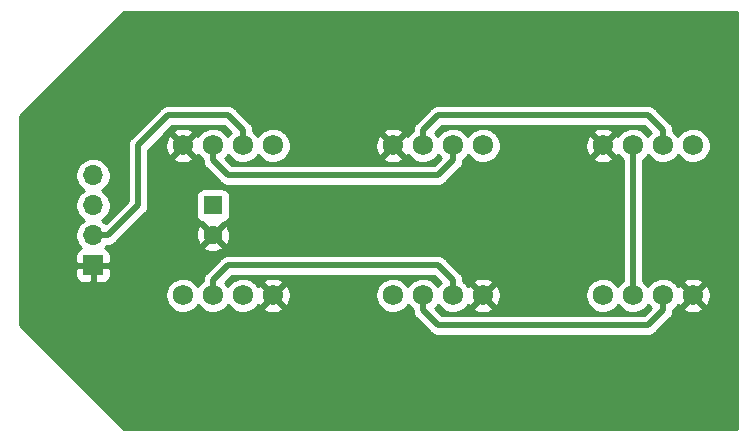
<source format=gtl>
G04 #@! TF.GenerationSoftware,KiCad,Pcbnew,(5.1.0-851-g3912c7407)*
G04 #@! TF.CreationDate,2019-06-16T00:16:21-04:00*
G04 #@! TF.ProjectId,Corsair_RGB_Fan_Adaptor,436f7273-6169-4725-9f52-47425f46616e,rev?*
G04 #@! TF.SameCoordinates,Original*
G04 #@! TF.FileFunction,Copper,L1,Top*
G04 #@! TF.FilePolarity,Positive*
%FSLAX46Y46*%
G04 Gerber Fmt 4.6, Leading zero omitted, Abs format (unit mm)*
G04 Created by KiCad (PCBNEW (5.1.0-851-g3912c7407)) date 2019-06-16 00:16:21*
%MOMM*%
%LPD*%
G04 APERTURE LIST*
%ADD10C,1.725000*%
%ADD11O,1.700000X1.700000*%
%ADD12R,1.700000X1.700000*%
%ADD13R,1.600000X1.600000*%
%ADD14C,1.600000*%
%ADD15C,0.500000*%
%ADD16C,0.254000*%
G04 APERTURE END LIST*
D10*
X127000000Y-114300000D03*
X124460000Y-114300000D03*
X121920000Y-114300000D03*
X119380000Y-114300000D03*
X144780000Y-114300000D03*
X142240000Y-114300000D03*
X139700000Y-114300000D03*
X137160000Y-114300000D03*
X162560000Y-114300000D03*
X160020000Y-114300000D03*
X157480000Y-114300000D03*
X154940000Y-114300000D03*
X154940000Y-127000000D03*
X157480000Y-127000000D03*
X160020000Y-127000000D03*
X162560000Y-127000000D03*
X137160000Y-127000000D03*
X139700000Y-127000000D03*
X142240000Y-127000000D03*
X144780000Y-127000000D03*
X119380000Y-127000000D03*
X121920000Y-127000000D03*
X124460000Y-127000000D03*
X127000000Y-127000000D03*
D11*
X111760000Y-116840000D03*
X111760000Y-119380000D03*
X111760000Y-121920000D03*
D12*
X111760000Y-124460000D03*
D13*
X121920000Y-119380000D03*
D14*
X121920000Y-121880000D03*
D15*
X121920000Y-125730000D02*
X121920000Y-127000000D01*
X123190000Y-124460000D02*
X121920000Y-125730000D01*
X140970000Y-124460000D02*
X123190000Y-124460000D01*
X142240000Y-125730000D02*
X140970000Y-124460000D01*
X142240000Y-127000000D02*
X142240000Y-125730000D01*
X139700000Y-128270000D02*
X139700000Y-127000000D01*
X140970000Y-129540000D02*
X139700000Y-128270000D01*
X158750000Y-129540000D02*
X140970000Y-129540000D01*
X160020000Y-128270000D02*
X158750000Y-129540000D01*
X160020000Y-127000000D02*
X160020000Y-128270000D01*
X157480000Y-114300000D02*
X157480000Y-127000000D01*
X139700000Y-113030000D02*
X139700000Y-114300000D01*
X140970000Y-111760000D02*
X139700000Y-113030000D01*
X158750000Y-111760000D02*
X140970000Y-111760000D01*
X160020000Y-113030000D02*
X158750000Y-111760000D01*
X160020000Y-114300000D02*
X160020000Y-113030000D01*
X140970000Y-116840000D02*
X123190000Y-116840000D01*
X142240000Y-115570000D02*
X140970000Y-116840000D01*
X142240000Y-114300000D02*
X142240000Y-115570000D01*
X121920000Y-115570000D02*
X121920000Y-114300000D01*
X123190000Y-116840000D02*
X121920000Y-115570000D01*
X124460000Y-113030000D02*
X123190000Y-111760000D01*
X124460000Y-114300000D02*
X124460000Y-113030000D01*
X118110000Y-111760000D02*
X123190000Y-111760000D01*
X115570000Y-114300000D02*
X118110000Y-111760000D01*
X115570000Y-119380000D02*
X115570000Y-114300000D01*
X113030000Y-121920000D02*
X115570000Y-119380000D01*
X111760000Y-121920000D02*
X113030000Y-121920000D01*
D16*
G36*
X166243000Y-138303000D02*
G01*
X114352606Y-138303000D01*
X105537000Y-129487394D01*
X105537000Y-125350189D01*
X110271216Y-125350189D01*
X110301279Y-125507785D01*
X110369590Y-125652954D01*
X110471858Y-125776574D01*
X110601655Y-125870877D01*
X110750827Y-125929939D01*
X110910000Y-125950047D01*
X111474250Y-125945000D01*
X111633000Y-125786250D01*
X111633000Y-124587000D01*
X111887000Y-124587000D01*
X111887000Y-125786250D01*
X112045750Y-125945000D01*
X112610000Y-125950047D01*
X112769173Y-125929939D01*
X112918345Y-125870877D01*
X113048142Y-125776574D01*
X113150410Y-125652954D01*
X113218721Y-125507785D01*
X113248784Y-125350189D01*
X113245000Y-124745750D01*
X113086250Y-124587000D01*
X111887000Y-124587000D01*
X111633000Y-124587000D01*
X110433750Y-124587000D01*
X110275000Y-124745750D01*
X110271216Y-125350189D01*
X105537000Y-125350189D01*
X105537000Y-123569811D01*
X110271216Y-123569811D01*
X110275000Y-124174250D01*
X110433750Y-124333000D01*
X111633000Y-124333000D01*
X111633000Y-124313000D01*
X111887000Y-124313000D01*
X111887000Y-124333000D01*
X113086250Y-124333000D01*
X113245000Y-124174250D01*
X113248784Y-123569811D01*
X113218721Y-123412215D01*
X113150410Y-123267046D01*
X113048142Y-123143426D01*
X112918345Y-123049123D01*
X112784125Y-122995981D01*
X112849782Y-122936238D01*
X112901096Y-122871263D01*
X121108342Y-122871263D01*
X121179681Y-123115026D01*
X121393056Y-123220035D01*
X121620806Y-123288490D01*
X121856716Y-123318526D01*
X122094353Y-123309323D01*
X122327233Y-123261132D01*
X122549006Y-123175266D01*
X122660319Y-123115026D01*
X122731658Y-122871263D01*
X121920000Y-122059605D01*
X121108342Y-122871263D01*
X112901096Y-122871263D01*
X112953428Y-122805000D01*
X112960358Y-122805000D01*
X112983428Y-122808654D01*
X113053152Y-122805000D01*
X113076373Y-122805000D01*
X113099465Y-122802573D01*
X113169206Y-122798918D01*
X113191775Y-122792871D01*
X113215015Y-122790428D01*
X113281449Y-122768842D01*
X113348902Y-122750768D01*
X113369718Y-122740162D01*
X113391944Y-122732940D01*
X113452441Y-122698012D01*
X113514660Y-122666310D01*
X113532815Y-122651609D01*
X113553055Y-122639923D01*
X113604967Y-122593181D01*
X113622998Y-122578580D01*
X113639405Y-122562173D01*
X113691305Y-122515442D01*
X113705038Y-122496540D01*
X114384862Y-121816716D01*
X120481474Y-121816716D01*
X120490677Y-122054353D01*
X120538868Y-122287233D01*
X120624734Y-122509006D01*
X120684974Y-122620319D01*
X120928737Y-122691658D01*
X121740395Y-121880000D01*
X122099605Y-121880000D01*
X122911263Y-122691658D01*
X123155026Y-122620319D01*
X123260035Y-122406944D01*
X123328490Y-122179194D01*
X123358526Y-121943284D01*
X123349323Y-121705647D01*
X123301132Y-121472767D01*
X123215266Y-121250994D01*
X123155026Y-121139681D01*
X122911263Y-121068342D01*
X122099605Y-121880000D01*
X121740395Y-121880000D01*
X120928737Y-121068342D01*
X120684974Y-121139681D01*
X120579965Y-121353056D01*
X120511510Y-121580806D01*
X120481474Y-121816716D01*
X114384862Y-121816716D01*
X116146544Y-120055035D01*
X116165442Y-120041305D01*
X116212164Y-119989415D01*
X116228579Y-119973000D01*
X116243187Y-119954960D01*
X116289923Y-119903055D01*
X116301607Y-119882818D01*
X116316310Y-119864661D01*
X116348016Y-119802434D01*
X116382940Y-119741944D01*
X116390161Y-119719721D01*
X116400768Y-119698903D01*
X116418842Y-119631449D01*
X116440428Y-119565015D01*
X116442871Y-119541772D01*
X116448917Y-119519208D01*
X116452572Y-119449476D01*
X116455000Y-119426373D01*
X116455000Y-119403146D01*
X116458654Y-119333429D01*
X116455000Y-119310359D01*
X116455000Y-118580000D01*
X120479953Y-118580000D01*
X120479953Y-120180000D01*
X120511279Y-120377785D01*
X120579590Y-120522954D01*
X120681858Y-120646574D01*
X120811655Y-120740877D01*
X120960827Y-120799939D01*
X121120000Y-120820047D01*
X121128445Y-120820047D01*
X121108342Y-120888737D01*
X121920000Y-121700395D01*
X122731658Y-120888737D01*
X122711555Y-120820047D01*
X122720000Y-120820047D01*
X122917785Y-120788721D01*
X123062954Y-120720410D01*
X123186574Y-120618142D01*
X123280877Y-120488345D01*
X123339939Y-120339173D01*
X123360047Y-120180000D01*
X123360047Y-118580000D01*
X123328721Y-118382215D01*
X123260410Y-118237046D01*
X123158142Y-118113426D01*
X123028345Y-118019123D01*
X122879173Y-117960061D01*
X122720000Y-117939953D01*
X121120000Y-117939953D01*
X120922215Y-117971279D01*
X120777046Y-118039590D01*
X120653426Y-118141858D01*
X120559123Y-118271655D01*
X120500061Y-118420827D01*
X120479953Y-118580000D01*
X116455000Y-118580000D01*
X116455000Y-115335818D01*
X118523787Y-115335818D01*
X118602681Y-115585954D01*
X118824944Y-115696358D01*
X119062347Y-115768673D01*
X119308415Y-115800926D01*
X119556437Y-115792238D01*
X119799645Y-115742845D01*
X120031405Y-115654095D01*
X120157319Y-115585954D01*
X120236213Y-115335818D01*
X119380000Y-114479605D01*
X118523787Y-115335818D01*
X116455000Y-115335818D01*
X116455000Y-114666578D01*
X116893163Y-114228415D01*
X117879074Y-114228415D01*
X117887762Y-114476437D01*
X117937155Y-114719645D01*
X118025905Y-114951405D01*
X118094046Y-115077319D01*
X118344182Y-115156213D01*
X119200395Y-114300000D01*
X118344182Y-113443787D01*
X118094046Y-113522681D01*
X117983642Y-113744944D01*
X117911327Y-113982347D01*
X117879074Y-114228415D01*
X116893163Y-114228415D01*
X117857396Y-113264182D01*
X118523787Y-113264182D01*
X119380000Y-114120395D01*
X120236213Y-113264182D01*
X120157319Y-113014046D01*
X119935056Y-112903642D01*
X119697653Y-112831327D01*
X119451585Y-112799074D01*
X119203563Y-112807762D01*
X118960355Y-112857155D01*
X118728595Y-112945905D01*
X118602681Y-113014046D01*
X118523787Y-113264182D01*
X117857396Y-113264182D01*
X118476579Y-112645000D01*
X122823422Y-112645000D01*
X123408942Y-113230521D01*
X123373646Y-113261858D01*
X123218678Y-113453228D01*
X123191189Y-113501618D01*
X123181640Y-113483809D01*
X123031393Y-113288710D01*
X122851300Y-113120770D01*
X122646196Y-112984499D01*
X122421589Y-112883557D01*
X122183512Y-112820654D01*
X121938358Y-112797480D01*
X121692711Y-112814657D01*
X121453168Y-112871725D01*
X121226162Y-112967149D01*
X121017789Y-113098368D01*
X120833646Y-113261858D01*
X120678678Y-113453228D01*
X120643285Y-113515531D01*
X120415818Y-113443787D01*
X119559605Y-114300000D01*
X120415818Y-115156213D01*
X120639249Y-115085742D01*
X120784230Y-115283834D01*
X120960167Y-115456124D01*
X121033836Y-115507708D01*
X121031346Y-115523428D01*
X121035000Y-115593152D01*
X121035000Y-115616372D01*
X121037427Y-115639463D01*
X121041082Y-115709206D01*
X121047129Y-115731775D01*
X121049572Y-115755014D01*
X121071156Y-115821443D01*
X121089232Y-115888902D01*
X121099839Y-115909720D01*
X121107060Y-115931943D01*
X121141984Y-115992433D01*
X121173690Y-116054660D01*
X121188393Y-116072817D01*
X121200077Y-116093054D01*
X121246814Y-116144961D01*
X121261420Y-116162998D01*
X121277830Y-116179408D01*
X121324558Y-116231305D01*
X121343460Y-116245038D01*
X122514964Y-117416543D01*
X122528695Y-117435442D01*
X122580585Y-117482164D01*
X122597001Y-117498580D01*
X122615042Y-117513189D01*
X122666945Y-117559923D01*
X122687182Y-117571607D01*
X122705339Y-117586310D01*
X122767566Y-117618016D01*
X122828056Y-117652940D01*
X122850279Y-117660161D01*
X122871097Y-117670768D01*
X122938556Y-117688844D01*
X123004985Y-117710428D01*
X123028224Y-117712871D01*
X123050793Y-117718918D01*
X123120535Y-117722573D01*
X123143627Y-117725000D01*
X123166848Y-117725000D01*
X123236572Y-117728654D01*
X123259642Y-117725000D01*
X140900358Y-117725000D01*
X140923428Y-117728654D01*
X140993152Y-117725000D01*
X141016373Y-117725000D01*
X141039465Y-117722573D01*
X141109206Y-117718918D01*
X141131775Y-117712871D01*
X141155015Y-117710428D01*
X141221449Y-117688842D01*
X141288902Y-117670768D01*
X141309718Y-117660162D01*
X141331944Y-117652940D01*
X141392441Y-117618012D01*
X141454660Y-117586310D01*
X141472815Y-117571609D01*
X141493055Y-117559923D01*
X141544967Y-117513181D01*
X141562998Y-117498580D01*
X141579405Y-117482173D01*
X141631305Y-117435442D01*
X141645038Y-117416540D01*
X142816543Y-116245036D01*
X142835442Y-116231305D01*
X142882164Y-116179415D01*
X142898580Y-116162999D01*
X142913189Y-116144958D01*
X142959923Y-116093055D01*
X142971607Y-116072818D01*
X142986310Y-116054661D01*
X143018016Y-115992434D01*
X143052940Y-115931944D01*
X143060161Y-115909721D01*
X143070768Y-115888903D01*
X143088844Y-115821444D01*
X143110428Y-115755015D01*
X143112871Y-115731776D01*
X143118918Y-115709207D01*
X143122573Y-115639465D01*
X143125000Y-115616373D01*
X143125000Y-115593152D01*
X143128654Y-115523428D01*
X143126741Y-115511351D01*
X143300665Y-115364374D01*
X143460263Y-115176848D01*
X143507901Y-115097564D01*
X143644230Y-115283834D01*
X143820167Y-115456124D01*
X144021881Y-115597366D01*
X144243954Y-115703766D01*
X144480423Y-115772466D01*
X144724938Y-115801623D01*
X144970931Y-115790452D01*
X145211797Y-115739255D01*
X145441067Y-115649405D01*
X145652583Y-115523316D01*
X145840665Y-115364374D01*
X145864968Y-115335818D01*
X154083787Y-115335818D01*
X154162681Y-115585954D01*
X154384944Y-115696358D01*
X154622347Y-115768673D01*
X154868415Y-115800926D01*
X155116437Y-115792238D01*
X155359645Y-115742845D01*
X155591405Y-115654095D01*
X155717319Y-115585954D01*
X155796213Y-115335818D01*
X154940000Y-114479605D01*
X154083787Y-115335818D01*
X145864968Y-115335818D01*
X146000263Y-115176848D01*
X146127089Y-114965773D01*
X146217739Y-114736818D01*
X146269777Y-114496133D01*
X146276319Y-114228415D01*
X153439074Y-114228415D01*
X153447762Y-114476437D01*
X153497155Y-114719645D01*
X153585905Y-114951405D01*
X153654046Y-115077319D01*
X153904182Y-115156213D01*
X154760395Y-114300000D01*
X153904182Y-113443787D01*
X153654046Y-113522681D01*
X153543642Y-113744944D01*
X153471327Y-113982347D01*
X153439074Y-114228415D01*
X146276319Y-114228415D01*
X146277579Y-114176877D01*
X146237361Y-113933936D01*
X146158004Y-113700827D01*
X146041640Y-113483809D01*
X145891393Y-113288710D01*
X145865091Y-113264182D01*
X154083787Y-113264182D01*
X154940000Y-114120395D01*
X155796213Y-113264182D01*
X155717319Y-113014046D01*
X155495056Y-112903642D01*
X155257653Y-112831327D01*
X155011585Y-112799074D01*
X154763563Y-112807762D01*
X154520355Y-112857155D01*
X154288595Y-112945905D01*
X154162681Y-113014046D01*
X154083787Y-113264182D01*
X145865091Y-113264182D01*
X145711300Y-113120770D01*
X145506196Y-112984499D01*
X145281589Y-112883557D01*
X145043512Y-112820654D01*
X144798358Y-112797480D01*
X144552711Y-112814657D01*
X144313168Y-112871725D01*
X144086162Y-112967149D01*
X143877789Y-113098368D01*
X143693646Y-113261858D01*
X143538678Y-113453228D01*
X143511189Y-113501618D01*
X143501640Y-113483809D01*
X143351393Y-113288710D01*
X143171300Y-113120770D01*
X142966196Y-112984499D01*
X142741589Y-112883557D01*
X142503512Y-112820654D01*
X142258358Y-112797480D01*
X142012711Y-112814657D01*
X141773168Y-112871725D01*
X141546162Y-112967149D01*
X141337789Y-113098368D01*
X141153646Y-113261858D01*
X140998678Y-113453228D01*
X140971189Y-113501618D01*
X140961640Y-113483809D01*
X140811393Y-113288710D01*
X140750061Y-113231517D01*
X141336579Y-112645000D01*
X158383422Y-112645000D01*
X158968942Y-113230521D01*
X158933646Y-113261858D01*
X158778678Y-113453228D01*
X158751189Y-113501618D01*
X158741640Y-113483809D01*
X158591393Y-113288710D01*
X158411300Y-113120770D01*
X158206196Y-112984499D01*
X157981589Y-112883557D01*
X157743512Y-112820654D01*
X157498358Y-112797480D01*
X157252711Y-112814657D01*
X157013168Y-112871725D01*
X156786162Y-112967149D01*
X156577789Y-113098368D01*
X156393646Y-113261858D01*
X156238678Y-113453228D01*
X156203285Y-113515531D01*
X155975818Y-113443787D01*
X155119605Y-114300000D01*
X155975818Y-115156213D01*
X156199249Y-115085742D01*
X156344230Y-115283834D01*
X156520167Y-115456124D01*
X156595000Y-115508523D01*
X156595001Y-125787529D01*
X156577789Y-125798368D01*
X156393646Y-125961858D01*
X156238678Y-126153228D01*
X156211189Y-126201618D01*
X156201640Y-126183809D01*
X156051393Y-125988710D01*
X155871300Y-125820770D01*
X155666196Y-125684499D01*
X155441589Y-125583557D01*
X155203512Y-125520654D01*
X154958358Y-125497480D01*
X154712711Y-125514657D01*
X154473168Y-125571725D01*
X154246162Y-125667149D01*
X154037789Y-125798368D01*
X153853646Y-125961858D01*
X153698678Y-126153228D01*
X153577047Y-126367338D01*
X153492018Y-126598439D01*
X153445876Y-126840324D01*
X153439860Y-127086498D01*
X153474131Y-127330348D01*
X153547768Y-127565327D01*
X153658796Y-127785123D01*
X153804230Y-127983834D01*
X153980167Y-128156124D01*
X154181881Y-128297366D01*
X154403954Y-128403766D01*
X154640423Y-128472466D01*
X154884938Y-128501623D01*
X155130931Y-128490452D01*
X155371797Y-128439255D01*
X155601067Y-128349405D01*
X155812583Y-128223316D01*
X156000665Y-128064374D01*
X156160263Y-127876848D01*
X156207901Y-127797564D01*
X156344230Y-127983834D01*
X156520167Y-128156124D01*
X156721881Y-128297366D01*
X156943954Y-128403766D01*
X157180423Y-128472466D01*
X157424938Y-128501623D01*
X157670931Y-128490452D01*
X157911797Y-128439255D01*
X158141067Y-128349405D01*
X158352583Y-128223316D01*
X158540665Y-128064374D01*
X158700263Y-127876848D01*
X158747901Y-127797564D01*
X158884230Y-127983834D01*
X158970301Y-128068121D01*
X158383422Y-128655000D01*
X141336579Y-128655000D01*
X140752691Y-128071113D01*
X140760665Y-128064374D01*
X140920263Y-127876848D01*
X140967901Y-127797564D01*
X141104230Y-127983834D01*
X141280167Y-128156124D01*
X141481881Y-128297366D01*
X141703954Y-128403766D01*
X141940423Y-128472466D01*
X142184938Y-128501623D01*
X142430931Y-128490452D01*
X142671797Y-128439255D01*
X142901067Y-128349405D01*
X143112583Y-128223316D01*
X143300665Y-128064374D01*
X143324968Y-128035818D01*
X143923787Y-128035818D01*
X144002681Y-128285954D01*
X144224944Y-128396358D01*
X144462347Y-128468673D01*
X144708415Y-128500926D01*
X144956437Y-128492238D01*
X145199645Y-128442845D01*
X145431405Y-128354095D01*
X145557319Y-128285954D01*
X145636213Y-128035818D01*
X144780000Y-127179605D01*
X143923787Y-128035818D01*
X143324968Y-128035818D01*
X143460263Y-127876848D01*
X143515920Y-127784218D01*
X143744182Y-127856213D01*
X144600395Y-127000000D01*
X144959605Y-127000000D01*
X145815818Y-127856213D01*
X146065954Y-127777319D01*
X146176358Y-127555056D01*
X146248673Y-127317653D01*
X146280926Y-127071585D01*
X146272238Y-126823563D01*
X146222845Y-126580355D01*
X146134095Y-126348595D01*
X146065954Y-126222681D01*
X145815818Y-126143787D01*
X144959605Y-127000000D01*
X144600395Y-127000000D01*
X143744182Y-126143787D01*
X143518369Y-126215009D01*
X143501640Y-126183809D01*
X143351393Y-125988710D01*
X143325091Y-125964182D01*
X143923787Y-125964182D01*
X144780000Y-126820395D01*
X145636213Y-125964182D01*
X145557319Y-125714046D01*
X145335056Y-125603642D01*
X145097653Y-125531327D01*
X144851585Y-125499074D01*
X144603563Y-125507762D01*
X144360355Y-125557155D01*
X144128595Y-125645905D01*
X144002681Y-125714046D01*
X143923787Y-125964182D01*
X143325091Y-125964182D01*
X143171300Y-125820770D01*
X143126381Y-125790926D01*
X143128654Y-125776572D01*
X143125000Y-125706848D01*
X143125000Y-125683627D01*
X143122573Y-125660535D01*
X143118918Y-125590793D01*
X143112871Y-125568224D01*
X143110428Y-125544985D01*
X143088844Y-125478556D01*
X143070768Y-125411097D01*
X143060161Y-125390279D01*
X143052940Y-125368056D01*
X143018016Y-125307566D01*
X142986310Y-125245339D01*
X142971607Y-125227182D01*
X142959923Y-125206945D01*
X142913189Y-125155042D01*
X142898580Y-125137001D01*
X142882164Y-125120585D01*
X142835442Y-125068695D01*
X142816543Y-125054964D01*
X141645038Y-123883460D01*
X141631305Y-123864558D01*
X141579405Y-123817827D01*
X141562998Y-123801420D01*
X141544967Y-123786819D01*
X141493055Y-123740077D01*
X141472815Y-123728391D01*
X141454660Y-123713690D01*
X141392441Y-123681988D01*
X141331944Y-123647060D01*
X141309718Y-123639838D01*
X141288902Y-123629232D01*
X141221449Y-123611158D01*
X141155015Y-123589572D01*
X141131775Y-123587129D01*
X141109206Y-123581082D01*
X141039465Y-123577427D01*
X141016373Y-123575000D01*
X140993152Y-123575000D01*
X140923428Y-123571346D01*
X140900358Y-123575000D01*
X123259642Y-123575000D01*
X123236572Y-123571346D01*
X123166848Y-123575000D01*
X123143627Y-123575000D01*
X123120535Y-123577427D01*
X123050793Y-123581082D01*
X123028224Y-123587129D01*
X123004985Y-123589572D01*
X122938556Y-123611156D01*
X122871097Y-123629232D01*
X122850279Y-123639839D01*
X122828056Y-123647060D01*
X122767566Y-123681984D01*
X122705339Y-123713690D01*
X122687182Y-123728393D01*
X122666945Y-123740077D01*
X122615042Y-123786811D01*
X122597001Y-123801420D01*
X122580585Y-123817836D01*
X122528695Y-123864558D01*
X122514964Y-123883457D01*
X121343460Y-125054962D01*
X121324558Y-125068695D01*
X121277830Y-125120592D01*
X121261420Y-125137002D01*
X121246814Y-125155039D01*
X121200077Y-125206946D01*
X121188393Y-125227183D01*
X121173690Y-125245340D01*
X121141984Y-125307567D01*
X121107060Y-125368057D01*
X121099839Y-125390280D01*
X121089232Y-125411098D01*
X121071156Y-125478557D01*
X121049572Y-125544986D01*
X121047129Y-125568225D01*
X121041082Y-125590794D01*
X121037427Y-125660537D01*
X121035000Y-125683628D01*
X121035000Y-125706848D01*
X121031346Y-125776572D01*
X121033256Y-125788628D01*
X121017789Y-125798368D01*
X120833646Y-125961858D01*
X120678678Y-126153228D01*
X120651189Y-126201618D01*
X120641640Y-126183809D01*
X120491393Y-125988710D01*
X120311300Y-125820770D01*
X120106196Y-125684499D01*
X119881589Y-125583557D01*
X119643512Y-125520654D01*
X119398358Y-125497480D01*
X119152711Y-125514657D01*
X118913168Y-125571725D01*
X118686162Y-125667149D01*
X118477789Y-125798368D01*
X118293646Y-125961858D01*
X118138678Y-126153228D01*
X118017047Y-126367338D01*
X117932018Y-126598439D01*
X117885876Y-126840324D01*
X117879860Y-127086498D01*
X117914131Y-127330348D01*
X117987768Y-127565327D01*
X118098796Y-127785123D01*
X118244230Y-127983834D01*
X118420167Y-128156124D01*
X118621881Y-128297366D01*
X118843954Y-128403766D01*
X119080423Y-128472466D01*
X119324938Y-128501623D01*
X119570931Y-128490452D01*
X119811797Y-128439255D01*
X120041067Y-128349405D01*
X120252583Y-128223316D01*
X120440665Y-128064374D01*
X120600263Y-127876848D01*
X120647901Y-127797564D01*
X120784230Y-127983834D01*
X120960167Y-128156124D01*
X121161881Y-128297366D01*
X121383954Y-128403766D01*
X121620423Y-128472466D01*
X121864938Y-128501623D01*
X122110931Y-128490452D01*
X122351797Y-128439255D01*
X122581067Y-128349405D01*
X122792583Y-128223316D01*
X122980665Y-128064374D01*
X123140263Y-127876848D01*
X123187901Y-127797564D01*
X123324230Y-127983834D01*
X123500167Y-128156124D01*
X123701881Y-128297366D01*
X123923954Y-128403766D01*
X124160423Y-128472466D01*
X124404938Y-128501623D01*
X124650931Y-128490452D01*
X124891797Y-128439255D01*
X125121067Y-128349405D01*
X125332583Y-128223316D01*
X125520665Y-128064374D01*
X125544968Y-128035818D01*
X126143787Y-128035818D01*
X126222681Y-128285954D01*
X126444944Y-128396358D01*
X126682347Y-128468673D01*
X126928415Y-128500926D01*
X127176437Y-128492238D01*
X127419645Y-128442845D01*
X127651405Y-128354095D01*
X127777319Y-128285954D01*
X127856213Y-128035818D01*
X127000000Y-127179605D01*
X126143787Y-128035818D01*
X125544968Y-128035818D01*
X125680263Y-127876848D01*
X125735920Y-127784218D01*
X125964182Y-127856213D01*
X126820395Y-127000000D01*
X127179605Y-127000000D01*
X128035818Y-127856213D01*
X128285954Y-127777319D01*
X128396358Y-127555056D01*
X128468673Y-127317653D01*
X128500926Y-127071585D01*
X128492238Y-126823563D01*
X128442845Y-126580355D01*
X128354095Y-126348595D01*
X128285954Y-126222681D01*
X128035818Y-126143787D01*
X127179605Y-127000000D01*
X126820395Y-127000000D01*
X125964182Y-126143787D01*
X125738369Y-126215009D01*
X125721640Y-126183809D01*
X125571393Y-125988710D01*
X125545091Y-125964182D01*
X126143787Y-125964182D01*
X127000000Y-126820395D01*
X127856213Y-125964182D01*
X127777319Y-125714046D01*
X127555056Y-125603642D01*
X127317653Y-125531327D01*
X127071585Y-125499074D01*
X126823563Y-125507762D01*
X126580355Y-125557155D01*
X126348595Y-125645905D01*
X126222681Y-125714046D01*
X126143787Y-125964182D01*
X125545091Y-125964182D01*
X125391300Y-125820770D01*
X125186196Y-125684499D01*
X124961589Y-125583557D01*
X124723512Y-125520654D01*
X124478358Y-125497480D01*
X124232711Y-125514657D01*
X123993168Y-125571725D01*
X123766162Y-125667149D01*
X123557789Y-125798368D01*
X123373646Y-125961858D01*
X123218678Y-126153228D01*
X123191189Y-126201618D01*
X123181640Y-126183809D01*
X123031393Y-125988710D01*
X122970061Y-125931517D01*
X123556579Y-125345000D01*
X140603422Y-125345000D01*
X141188942Y-125930521D01*
X141153646Y-125961858D01*
X140998678Y-126153228D01*
X140971189Y-126201618D01*
X140961640Y-126183809D01*
X140811393Y-125988710D01*
X140631300Y-125820770D01*
X140426196Y-125684499D01*
X140201589Y-125583557D01*
X139963512Y-125520654D01*
X139718358Y-125497480D01*
X139472711Y-125514657D01*
X139233168Y-125571725D01*
X139006162Y-125667149D01*
X138797789Y-125798368D01*
X138613646Y-125961858D01*
X138458678Y-126153228D01*
X138431189Y-126201618D01*
X138421640Y-126183809D01*
X138271393Y-125988710D01*
X138091300Y-125820770D01*
X137886196Y-125684499D01*
X137661589Y-125583557D01*
X137423512Y-125520654D01*
X137178358Y-125497480D01*
X136932711Y-125514657D01*
X136693168Y-125571725D01*
X136466162Y-125667149D01*
X136257789Y-125798368D01*
X136073646Y-125961858D01*
X135918678Y-126153228D01*
X135797047Y-126367338D01*
X135712018Y-126598439D01*
X135665876Y-126840324D01*
X135659860Y-127086498D01*
X135694131Y-127330348D01*
X135767768Y-127565327D01*
X135878796Y-127785123D01*
X136024230Y-127983834D01*
X136200167Y-128156124D01*
X136401881Y-128297366D01*
X136623954Y-128403766D01*
X136860423Y-128472466D01*
X137104938Y-128501623D01*
X137350931Y-128490452D01*
X137591797Y-128439255D01*
X137821067Y-128349405D01*
X138032583Y-128223316D01*
X138220665Y-128064374D01*
X138380263Y-127876848D01*
X138427901Y-127797564D01*
X138564230Y-127983834D01*
X138740167Y-128156124D01*
X138813836Y-128207708D01*
X138811346Y-128223428D01*
X138815000Y-128293152D01*
X138815000Y-128316372D01*
X138817427Y-128339463D01*
X138821082Y-128409206D01*
X138827129Y-128431775D01*
X138829572Y-128455014D01*
X138851156Y-128521443D01*
X138869232Y-128588902D01*
X138879839Y-128609720D01*
X138887060Y-128631943D01*
X138921984Y-128692433D01*
X138953690Y-128754660D01*
X138968393Y-128772817D01*
X138980077Y-128793054D01*
X139026814Y-128844961D01*
X139041420Y-128862998D01*
X139057830Y-128879408D01*
X139104558Y-128931305D01*
X139123460Y-128945038D01*
X140294964Y-130116543D01*
X140308695Y-130135442D01*
X140360585Y-130182164D01*
X140377001Y-130198580D01*
X140395042Y-130213189D01*
X140446945Y-130259923D01*
X140467182Y-130271607D01*
X140485339Y-130286310D01*
X140547566Y-130318016D01*
X140608056Y-130352940D01*
X140630279Y-130360161D01*
X140651097Y-130370768D01*
X140718556Y-130388844D01*
X140784985Y-130410428D01*
X140808224Y-130412871D01*
X140830793Y-130418918D01*
X140900535Y-130422573D01*
X140923627Y-130425000D01*
X140946848Y-130425000D01*
X141016572Y-130428654D01*
X141039642Y-130425000D01*
X158680358Y-130425000D01*
X158703428Y-130428654D01*
X158773152Y-130425000D01*
X158796373Y-130425000D01*
X158819465Y-130422573D01*
X158889206Y-130418918D01*
X158911775Y-130412871D01*
X158935015Y-130410428D01*
X159001449Y-130388842D01*
X159068902Y-130370768D01*
X159089718Y-130360162D01*
X159111944Y-130352940D01*
X159172441Y-130318012D01*
X159234660Y-130286310D01*
X159252815Y-130271609D01*
X159273055Y-130259923D01*
X159324967Y-130213181D01*
X159342998Y-130198580D01*
X159359405Y-130182173D01*
X159411305Y-130135442D01*
X159425038Y-130116540D01*
X160596543Y-128945036D01*
X160615442Y-128931305D01*
X160662164Y-128879415D01*
X160678580Y-128862999D01*
X160693189Y-128844958D01*
X160739923Y-128793055D01*
X160751607Y-128772818D01*
X160766310Y-128754661D01*
X160798016Y-128692434D01*
X160832940Y-128631944D01*
X160840161Y-128609721D01*
X160850768Y-128588903D01*
X160868844Y-128521444D01*
X160890428Y-128455015D01*
X160892871Y-128431776D01*
X160898918Y-128409207D01*
X160902573Y-128339465D01*
X160905000Y-128316373D01*
X160905000Y-128293152D01*
X160908654Y-128223428D01*
X160906741Y-128211351D01*
X161080665Y-128064374D01*
X161104968Y-128035818D01*
X161703787Y-128035818D01*
X161782681Y-128285954D01*
X162004944Y-128396358D01*
X162242347Y-128468673D01*
X162488415Y-128500926D01*
X162736437Y-128492238D01*
X162979645Y-128442845D01*
X163211405Y-128354095D01*
X163337319Y-128285954D01*
X163416213Y-128035818D01*
X162560000Y-127179605D01*
X161703787Y-128035818D01*
X161104968Y-128035818D01*
X161240263Y-127876848D01*
X161295920Y-127784218D01*
X161524182Y-127856213D01*
X162380395Y-127000000D01*
X162739605Y-127000000D01*
X163595818Y-127856213D01*
X163845954Y-127777319D01*
X163956358Y-127555056D01*
X164028673Y-127317653D01*
X164060926Y-127071585D01*
X164052238Y-126823563D01*
X164002845Y-126580355D01*
X163914095Y-126348595D01*
X163845954Y-126222681D01*
X163595818Y-126143787D01*
X162739605Y-127000000D01*
X162380395Y-127000000D01*
X161524182Y-126143787D01*
X161298369Y-126215009D01*
X161281640Y-126183809D01*
X161131393Y-125988710D01*
X161105091Y-125964182D01*
X161703787Y-125964182D01*
X162560000Y-126820395D01*
X163416213Y-125964182D01*
X163337319Y-125714046D01*
X163115056Y-125603642D01*
X162877653Y-125531327D01*
X162631585Y-125499074D01*
X162383563Y-125507762D01*
X162140355Y-125557155D01*
X161908595Y-125645905D01*
X161782681Y-125714046D01*
X161703787Y-125964182D01*
X161105091Y-125964182D01*
X160951300Y-125820770D01*
X160746196Y-125684499D01*
X160521589Y-125583557D01*
X160283512Y-125520654D01*
X160038358Y-125497480D01*
X159792711Y-125514657D01*
X159553168Y-125571725D01*
X159326162Y-125667149D01*
X159117789Y-125798368D01*
X158933646Y-125961858D01*
X158778678Y-126153228D01*
X158751189Y-126201618D01*
X158741640Y-126183809D01*
X158591393Y-125988710D01*
X158411300Y-125820770D01*
X158365000Y-125790008D01*
X158365000Y-115512823D01*
X158540665Y-115364374D01*
X158700263Y-115176848D01*
X158747901Y-115097564D01*
X158884230Y-115283834D01*
X159060167Y-115456124D01*
X159261881Y-115597366D01*
X159483954Y-115703766D01*
X159720423Y-115772466D01*
X159964938Y-115801623D01*
X160210931Y-115790452D01*
X160451797Y-115739255D01*
X160681067Y-115649405D01*
X160892583Y-115523316D01*
X161080665Y-115364374D01*
X161240263Y-115176848D01*
X161287901Y-115097564D01*
X161424230Y-115283834D01*
X161600167Y-115456124D01*
X161801881Y-115597366D01*
X162023954Y-115703766D01*
X162260423Y-115772466D01*
X162504938Y-115801623D01*
X162750931Y-115790452D01*
X162991797Y-115739255D01*
X163221067Y-115649405D01*
X163432583Y-115523316D01*
X163620665Y-115364374D01*
X163780263Y-115176848D01*
X163907089Y-114965773D01*
X163997739Y-114736818D01*
X164049777Y-114496133D01*
X164057579Y-114176877D01*
X164017361Y-113933936D01*
X163938004Y-113700827D01*
X163821640Y-113483809D01*
X163671393Y-113288710D01*
X163491300Y-113120770D01*
X163286196Y-112984499D01*
X163061589Y-112883557D01*
X162823512Y-112820654D01*
X162578358Y-112797480D01*
X162332711Y-112814657D01*
X162093168Y-112871725D01*
X161866162Y-112967149D01*
X161657789Y-113098368D01*
X161473646Y-113261858D01*
X161318678Y-113453228D01*
X161291189Y-113501618D01*
X161281640Y-113483809D01*
X161131393Y-113288710D01*
X160951300Y-113120770D01*
X160906381Y-113090926D01*
X160908654Y-113076572D01*
X160905000Y-113006848D01*
X160905000Y-112983627D01*
X160902573Y-112960535D01*
X160898918Y-112890793D01*
X160892871Y-112868224D01*
X160890428Y-112844985D01*
X160868844Y-112778556D01*
X160850768Y-112711097D01*
X160840161Y-112690279D01*
X160832940Y-112668056D01*
X160798016Y-112607566D01*
X160766310Y-112545339D01*
X160751607Y-112527182D01*
X160739923Y-112506945D01*
X160693189Y-112455042D01*
X160678580Y-112437001D01*
X160662164Y-112420585D01*
X160615442Y-112368695D01*
X160596543Y-112354964D01*
X159425038Y-111183460D01*
X159411305Y-111164558D01*
X159359405Y-111117827D01*
X159342998Y-111101420D01*
X159324967Y-111086819D01*
X159273055Y-111040077D01*
X159252815Y-111028391D01*
X159234660Y-111013690D01*
X159172441Y-110981988D01*
X159111944Y-110947060D01*
X159089718Y-110939838D01*
X159068902Y-110929232D01*
X159001449Y-110911158D01*
X158935015Y-110889572D01*
X158911775Y-110887129D01*
X158889206Y-110881082D01*
X158819465Y-110877427D01*
X158796373Y-110875000D01*
X158773152Y-110875000D01*
X158703428Y-110871346D01*
X158680358Y-110875000D01*
X141039642Y-110875000D01*
X141016572Y-110871346D01*
X140946848Y-110875000D01*
X140923627Y-110875000D01*
X140900535Y-110877427D01*
X140830793Y-110881082D01*
X140808224Y-110887129D01*
X140784985Y-110889572D01*
X140718556Y-110911156D01*
X140651097Y-110929232D01*
X140630279Y-110939839D01*
X140608056Y-110947060D01*
X140547566Y-110981984D01*
X140485339Y-111013690D01*
X140467182Y-111028393D01*
X140446945Y-111040077D01*
X140395042Y-111086811D01*
X140377001Y-111101420D01*
X140360585Y-111117836D01*
X140308695Y-111164558D01*
X140294964Y-111183457D01*
X139123460Y-112354962D01*
X139104558Y-112368695D01*
X139057830Y-112420592D01*
X139041420Y-112437002D01*
X139026814Y-112455039D01*
X138980077Y-112506946D01*
X138968393Y-112527183D01*
X138953690Y-112545340D01*
X138921984Y-112607567D01*
X138887060Y-112668057D01*
X138879839Y-112690280D01*
X138869232Y-112711098D01*
X138851156Y-112778557D01*
X138829572Y-112844986D01*
X138827129Y-112868225D01*
X138821082Y-112890794D01*
X138817427Y-112960537D01*
X138815000Y-112983628D01*
X138815000Y-113006848D01*
X138811346Y-113076572D01*
X138813256Y-113088628D01*
X138797789Y-113098368D01*
X138613646Y-113261858D01*
X138458678Y-113453228D01*
X138423285Y-113515531D01*
X138195818Y-113443787D01*
X137339605Y-114300000D01*
X138195818Y-115156213D01*
X138419249Y-115085742D01*
X138564230Y-115283834D01*
X138740167Y-115456124D01*
X138941881Y-115597366D01*
X139163954Y-115703766D01*
X139400423Y-115772466D01*
X139644938Y-115801623D01*
X139890931Y-115790452D01*
X140131797Y-115739255D01*
X140361067Y-115649405D01*
X140572583Y-115523316D01*
X140760665Y-115364374D01*
X140920263Y-115176848D01*
X140967901Y-115097564D01*
X141104230Y-115283834D01*
X141190301Y-115368121D01*
X140603422Y-115955000D01*
X123556579Y-115955000D01*
X122972691Y-115371113D01*
X122980665Y-115364374D01*
X123140263Y-115176848D01*
X123187901Y-115097564D01*
X123324230Y-115283834D01*
X123500167Y-115456124D01*
X123701881Y-115597366D01*
X123923954Y-115703766D01*
X124160423Y-115772466D01*
X124404938Y-115801623D01*
X124650931Y-115790452D01*
X124891797Y-115739255D01*
X125121067Y-115649405D01*
X125332583Y-115523316D01*
X125520665Y-115364374D01*
X125680263Y-115176848D01*
X125727901Y-115097564D01*
X125864230Y-115283834D01*
X126040167Y-115456124D01*
X126241881Y-115597366D01*
X126463954Y-115703766D01*
X126700423Y-115772466D01*
X126944938Y-115801623D01*
X127190931Y-115790452D01*
X127431797Y-115739255D01*
X127661067Y-115649405D01*
X127872583Y-115523316D01*
X128060665Y-115364374D01*
X128084968Y-115335818D01*
X136303787Y-115335818D01*
X136382681Y-115585954D01*
X136604944Y-115696358D01*
X136842347Y-115768673D01*
X137088415Y-115800926D01*
X137336437Y-115792238D01*
X137579645Y-115742845D01*
X137811405Y-115654095D01*
X137937319Y-115585954D01*
X138016213Y-115335818D01*
X137160000Y-114479605D01*
X136303787Y-115335818D01*
X128084968Y-115335818D01*
X128220263Y-115176848D01*
X128347089Y-114965773D01*
X128437739Y-114736818D01*
X128489777Y-114496133D01*
X128496319Y-114228415D01*
X135659074Y-114228415D01*
X135667762Y-114476437D01*
X135717155Y-114719645D01*
X135805905Y-114951405D01*
X135874046Y-115077319D01*
X136124182Y-115156213D01*
X136980395Y-114300000D01*
X136124182Y-113443787D01*
X135874046Y-113522681D01*
X135763642Y-113744944D01*
X135691327Y-113982347D01*
X135659074Y-114228415D01*
X128496319Y-114228415D01*
X128497579Y-114176877D01*
X128457361Y-113933936D01*
X128378004Y-113700827D01*
X128261640Y-113483809D01*
X128111393Y-113288710D01*
X128085091Y-113264182D01*
X136303787Y-113264182D01*
X137160000Y-114120395D01*
X138016213Y-113264182D01*
X137937319Y-113014046D01*
X137715056Y-112903642D01*
X137477653Y-112831327D01*
X137231585Y-112799074D01*
X136983563Y-112807762D01*
X136740355Y-112857155D01*
X136508595Y-112945905D01*
X136382681Y-113014046D01*
X136303787Y-113264182D01*
X128085091Y-113264182D01*
X127931300Y-113120770D01*
X127726196Y-112984499D01*
X127501589Y-112883557D01*
X127263512Y-112820654D01*
X127018358Y-112797480D01*
X126772711Y-112814657D01*
X126533168Y-112871725D01*
X126306162Y-112967149D01*
X126097789Y-113098368D01*
X125913646Y-113261858D01*
X125758678Y-113453228D01*
X125731189Y-113501618D01*
X125721640Y-113483809D01*
X125571393Y-113288710D01*
X125391300Y-113120770D01*
X125346381Y-113090926D01*
X125348654Y-113076572D01*
X125345000Y-113006848D01*
X125345000Y-112983627D01*
X125342573Y-112960535D01*
X125338918Y-112890793D01*
X125332871Y-112868224D01*
X125330428Y-112844985D01*
X125308844Y-112778556D01*
X125290768Y-112711097D01*
X125280161Y-112690279D01*
X125272940Y-112668056D01*
X125238016Y-112607566D01*
X125206310Y-112545339D01*
X125191607Y-112527182D01*
X125179923Y-112506945D01*
X125133189Y-112455042D01*
X125118580Y-112437001D01*
X125102164Y-112420585D01*
X125055442Y-112368695D01*
X125036543Y-112354964D01*
X123865038Y-111183460D01*
X123851305Y-111164558D01*
X123799405Y-111117827D01*
X123782998Y-111101420D01*
X123764967Y-111086819D01*
X123713055Y-111040077D01*
X123692815Y-111028391D01*
X123674660Y-111013690D01*
X123612441Y-110981988D01*
X123551944Y-110947060D01*
X123529718Y-110939838D01*
X123508902Y-110929232D01*
X123441449Y-110911158D01*
X123375015Y-110889572D01*
X123351775Y-110887129D01*
X123329206Y-110881082D01*
X123259465Y-110877427D01*
X123236373Y-110875000D01*
X123213152Y-110875000D01*
X123143428Y-110871346D01*
X123120358Y-110875000D01*
X118179641Y-110875000D01*
X118156571Y-110871346D01*
X118086854Y-110875000D01*
X118063627Y-110875000D01*
X118040524Y-110877428D01*
X117970792Y-110881083D01*
X117948228Y-110887129D01*
X117924985Y-110889572D01*
X117858551Y-110911158D01*
X117791097Y-110929232D01*
X117770279Y-110939839D01*
X117748056Y-110947060D01*
X117687566Y-110981984D01*
X117625339Y-111013690D01*
X117607182Y-111028393D01*
X117586945Y-111040077D01*
X117535040Y-111086813D01*
X117517000Y-111101421D01*
X117500585Y-111117836D01*
X117448695Y-111164558D01*
X117434964Y-111183457D01*
X114993457Y-113624964D01*
X114974559Y-113638695D01*
X114927837Y-113690585D01*
X114911420Y-113707002D01*
X114896810Y-113725044D01*
X114850078Y-113776945D01*
X114838395Y-113797181D01*
X114823690Y-113815340D01*
X114791980Y-113877573D01*
X114757061Y-113938056D01*
X114749841Y-113960277D01*
X114739232Y-113981098D01*
X114721153Y-114048569D01*
X114699573Y-114114985D01*
X114697131Y-114138219D01*
X114691082Y-114160794D01*
X114687426Y-114230554D01*
X114685001Y-114253627D01*
X114685001Y-114276829D01*
X114681346Y-114346572D01*
X114685001Y-114369648D01*
X114685000Y-119013421D01*
X112819799Y-120878622D01*
X112697743Y-120761983D01*
X112532302Y-120649127D01*
X112669171Y-120560582D01*
X112849782Y-120396238D01*
X113001127Y-120204603D01*
X113119140Y-119990822D01*
X113200653Y-119760637D01*
X113243476Y-119520230D01*
X113246459Y-119276057D01*
X113209523Y-119034675D01*
X113133658Y-118802567D01*
X113020903Y-118585967D01*
X112874286Y-118390691D01*
X112697743Y-118221983D01*
X112532302Y-118109127D01*
X112669171Y-118020582D01*
X112849782Y-117856238D01*
X113001127Y-117664603D01*
X113119140Y-117450822D01*
X113200653Y-117220637D01*
X113243476Y-116980230D01*
X113246459Y-116736057D01*
X113209523Y-116494675D01*
X113133658Y-116262567D01*
X113020903Y-116045967D01*
X112874286Y-115850691D01*
X112697743Y-115681983D01*
X112496017Y-115544375D01*
X112274525Y-115441562D01*
X112039215Y-115376305D01*
X111813835Y-115355000D01*
X111698102Y-115355000D01*
X111516630Y-115369920D01*
X111279795Y-115429408D01*
X111055857Y-115526779D01*
X110850829Y-115659418D01*
X110670218Y-115823762D01*
X110518873Y-116015397D01*
X110400860Y-116229178D01*
X110319347Y-116459363D01*
X110276524Y-116699770D01*
X110273541Y-116943943D01*
X110310477Y-117185325D01*
X110386342Y-117417433D01*
X110499097Y-117634033D01*
X110645714Y-117829309D01*
X110822257Y-117998017D01*
X110987698Y-118110873D01*
X110850829Y-118199418D01*
X110670218Y-118363762D01*
X110518873Y-118555397D01*
X110400860Y-118769178D01*
X110319347Y-118999363D01*
X110276524Y-119239770D01*
X110273541Y-119483943D01*
X110310477Y-119725325D01*
X110386342Y-119957433D01*
X110499097Y-120174033D01*
X110645714Y-120369309D01*
X110822257Y-120538017D01*
X110987698Y-120650873D01*
X110850829Y-120739418D01*
X110670218Y-120903762D01*
X110518873Y-121095397D01*
X110400860Y-121309178D01*
X110319347Y-121539363D01*
X110276524Y-121779770D01*
X110273541Y-122023943D01*
X110310477Y-122265325D01*
X110386342Y-122497433D01*
X110499097Y-122714033D01*
X110645714Y-122909309D01*
X110736254Y-122995831D01*
X110601655Y-123049123D01*
X110471858Y-123143426D01*
X110369590Y-123267046D01*
X110301279Y-123412215D01*
X110271216Y-123569811D01*
X105537000Y-123569811D01*
X105537000Y-111812606D01*
X114352606Y-102997000D01*
X166243000Y-102997000D01*
X166243000Y-138303000D01*
X166243000Y-138303000D01*
G37*
X166243000Y-138303000D02*
X114352606Y-138303000D01*
X105537000Y-129487394D01*
X105537000Y-125350189D01*
X110271216Y-125350189D01*
X110301279Y-125507785D01*
X110369590Y-125652954D01*
X110471858Y-125776574D01*
X110601655Y-125870877D01*
X110750827Y-125929939D01*
X110910000Y-125950047D01*
X111474250Y-125945000D01*
X111633000Y-125786250D01*
X111633000Y-124587000D01*
X111887000Y-124587000D01*
X111887000Y-125786250D01*
X112045750Y-125945000D01*
X112610000Y-125950047D01*
X112769173Y-125929939D01*
X112918345Y-125870877D01*
X113048142Y-125776574D01*
X113150410Y-125652954D01*
X113218721Y-125507785D01*
X113248784Y-125350189D01*
X113245000Y-124745750D01*
X113086250Y-124587000D01*
X111887000Y-124587000D01*
X111633000Y-124587000D01*
X110433750Y-124587000D01*
X110275000Y-124745750D01*
X110271216Y-125350189D01*
X105537000Y-125350189D01*
X105537000Y-123569811D01*
X110271216Y-123569811D01*
X110275000Y-124174250D01*
X110433750Y-124333000D01*
X111633000Y-124333000D01*
X111633000Y-124313000D01*
X111887000Y-124313000D01*
X111887000Y-124333000D01*
X113086250Y-124333000D01*
X113245000Y-124174250D01*
X113248784Y-123569811D01*
X113218721Y-123412215D01*
X113150410Y-123267046D01*
X113048142Y-123143426D01*
X112918345Y-123049123D01*
X112784125Y-122995981D01*
X112849782Y-122936238D01*
X112901096Y-122871263D01*
X121108342Y-122871263D01*
X121179681Y-123115026D01*
X121393056Y-123220035D01*
X121620806Y-123288490D01*
X121856716Y-123318526D01*
X122094353Y-123309323D01*
X122327233Y-123261132D01*
X122549006Y-123175266D01*
X122660319Y-123115026D01*
X122731658Y-122871263D01*
X121920000Y-122059605D01*
X121108342Y-122871263D01*
X112901096Y-122871263D01*
X112953428Y-122805000D01*
X112960358Y-122805000D01*
X112983428Y-122808654D01*
X113053152Y-122805000D01*
X113076373Y-122805000D01*
X113099465Y-122802573D01*
X113169206Y-122798918D01*
X113191775Y-122792871D01*
X113215015Y-122790428D01*
X113281449Y-122768842D01*
X113348902Y-122750768D01*
X113369718Y-122740162D01*
X113391944Y-122732940D01*
X113452441Y-122698012D01*
X113514660Y-122666310D01*
X113532815Y-122651609D01*
X113553055Y-122639923D01*
X113604967Y-122593181D01*
X113622998Y-122578580D01*
X113639405Y-122562173D01*
X113691305Y-122515442D01*
X113705038Y-122496540D01*
X114384862Y-121816716D01*
X120481474Y-121816716D01*
X120490677Y-122054353D01*
X120538868Y-122287233D01*
X120624734Y-122509006D01*
X120684974Y-122620319D01*
X120928737Y-122691658D01*
X121740395Y-121880000D01*
X122099605Y-121880000D01*
X122911263Y-122691658D01*
X123155026Y-122620319D01*
X123260035Y-122406944D01*
X123328490Y-122179194D01*
X123358526Y-121943284D01*
X123349323Y-121705647D01*
X123301132Y-121472767D01*
X123215266Y-121250994D01*
X123155026Y-121139681D01*
X122911263Y-121068342D01*
X122099605Y-121880000D01*
X121740395Y-121880000D01*
X120928737Y-121068342D01*
X120684974Y-121139681D01*
X120579965Y-121353056D01*
X120511510Y-121580806D01*
X120481474Y-121816716D01*
X114384862Y-121816716D01*
X116146544Y-120055035D01*
X116165442Y-120041305D01*
X116212164Y-119989415D01*
X116228579Y-119973000D01*
X116243187Y-119954960D01*
X116289923Y-119903055D01*
X116301607Y-119882818D01*
X116316310Y-119864661D01*
X116348016Y-119802434D01*
X116382940Y-119741944D01*
X116390161Y-119719721D01*
X116400768Y-119698903D01*
X116418842Y-119631449D01*
X116440428Y-119565015D01*
X116442871Y-119541772D01*
X116448917Y-119519208D01*
X116452572Y-119449476D01*
X116455000Y-119426373D01*
X116455000Y-119403146D01*
X116458654Y-119333429D01*
X116455000Y-119310359D01*
X116455000Y-118580000D01*
X120479953Y-118580000D01*
X120479953Y-120180000D01*
X120511279Y-120377785D01*
X120579590Y-120522954D01*
X120681858Y-120646574D01*
X120811655Y-120740877D01*
X120960827Y-120799939D01*
X121120000Y-120820047D01*
X121128445Y-120820047D01*
X121108342Y-120888737D01*
X121920000Y-121700395D01*
X122731658Y-120888737D01*
X122711555Y-120820047D01*
X122720000Y-120820047D01*
X122917785Y-120788721D01*
X123062954Y-120720410D01*
X123186574Y-120618142D01*
X123280877Y-120488345D01*
X123339939Y-120339173D01*
X123360047Y-120180000D01*
X123360047Y-118580000D01*
X123328721Y-118382215D01*
X123260410Y-118237046D01*
X123158142Y-118113426D01*
X123028345Y-118019123D01*
X122879173Y-117960061D01*
X122720000Y-117939953D01*
X121120000Y-117939953D01*
X120922215Y-117971279D01*
X120777046Y-118039590D01*
X120653426Y-118141858D01*
X120559123Y-118271655D01*
X120500061Y-118420827D01*
X120479953Y-118580000D01*
X116455000Y-118580000D01*
X116455000Y-115335818D01*
X118523787Y-115335818D01*
X118602681Y-115585954D01*
X118824944Y-115696358D01*
X119062347Y-115768673D01*
X119308415Y-115800926D01*
X119556437Y-115792238D01*
X119799645Y-115742845D01*
X120031405Y-115654095D01*
X120157319Y-115585954D01*
X120236213Y-115335818D01*
X119380000Y-114479605D01*
X118523787Y-115335818D01*
X116455000Y-115335818D01*
X116455000Y-114666578D01*
X116893163Y-114228415D01*
X117879074Y-114228415D01*
X117887762Y-114476437D01*
X117937155Y-114719645D01*
X118025905Y-114951405D01*
X118094046Y-115077319D01*
X118344182Y-115156213D01*
X119200395Y-114300000D01*
X118344182Y-113443787D01*
X118094046Y-113522681D01*
X117983642Y-113744944D01*
X117911327Y-113982347D01*
X117879074Y-114228415D01*
X116893163Y-114228415D01*
X117857396Y-113264182D01*
X118523787Y-113264182D01*
X119380000Y-114120395D01*
X120236213Y-113264182D01*
X120157319Y-113014046D01*
X119935056Y-112903642D01*
X119697653Y-112831327D01*
X119451585Y-112799074D01*
X119203563Y-112807762D01*
X118960355Y-112857155D01*
X118728595Y-112945905D01*
X118602681Y-113014046D01*
X118523787Y-113264182D01*
X117857396Y-113264182D01*
X118476579Y-112645000D01*
X122823422Y-112645000D01*
X123408942Y-113230521D01*
X123373646Y-113261858D01*
X123218678Y-113453228D01*
X123191189Y-113501618D01*
X123181640Y-113483809D01*
X123031393Y-113288710D01*
X122851300Y-113120770D01*
X122646196Y-112984499D01*
X122421589Y-112883557D01*
X122183512Y-112820654D01*
X121938358Y-112797480D01*
X121692711Y-112814657D01*
X121453168Y-112871725D01*
X121226162Y-112967149D01*
X121017789Y-113098368D01*
X120833646Y-113261858D01*
X120678678Y-113453228D01*
X120643285Y-113515531D01*
X120415818Y-113443787D01*
X119559605Y-114300000D01*
X120415818Y-115156213D01*
X120639249Y-115085742D01*
X120784230Y-115283834D01*
X120960167Y-115456124D01*
X121033836Y-115507708D01*
X121031346Y-115523428D01*
X121035000Y-115593152D01*
X121035000Y-115616372D01*
X121037427Y-115639463D01*
X121041082Y-115709206D01*
X121047129Y-115731775D01*
X121049572Y-115755014D01*
X121071156Y-115821443D01*
X121089232Y-115888902D01*
X121099839Y-115909720D01*
X121107060Y-115931943D01*
X121141984Y-115992433D01*
X121173690Y-116054660D01*
X121188393Y-116072817D01*
X121200077Y-116093054D01*
X121246814Y-116144961D01*
X121261420Y-116162998D01*
X121277830Y-116179408D01*
X121324558Y-116231305D01*
X121343460Y-116245038D01*
X122514964Y-117416543D01*
X122528695Y-117435442D01*
X122580585Y-117482164D01*
X122597001Y-117498580D01*
X122615042Y-117513189D01*
X122666945Y-117559923D01*
X122687182Y-117571607D01*
X122705339Y-117586310D01*
X122767566Y-117618016D01*
X122828056Y-117652940D01*
X122850279Y-117660161D01*
X122871097Y-117670768D01*
X122938556Y-117688844D01*
X123004985Y-117710428D01*
X123028224Y-117712871D01*
X123050793Y-117718918D01*
X123120535Y-117722573D01*
X123143627Y-117725000D01*
X123166848Y-117725000D01*
X123236572Y-117728654D01*
X123259642Y-117725000D01*
X140900358Y-117725000D01*
X140923428Y-117728654D01*
X140993152Y-117725000D01*
X141016373Y-117725000D01*
X141039465Y-117722573D01*
X141109206Y-117718918D01*
X141131775Y-117712871D01*
X141155015Y-117710428D01*
X141221449Y-117688842D01*
X141288902Y-117670768D01*
X141309718Y-117660162D01*
X141331944Y-117652940D01*
X141392441Y-117618012D01*
X141454660Y-117586310D01*
X141472815Y-117571609D01*
X141493055Y-117559923D01*
X141544967Y-117513181D01*
X141562998Y-117498580D01*
X141579405Y-117482173D01*
X141631305Y-117435442D01*
X141645038Y-117416540D01*
X142816543Y-116245036D01*
X142835442Y-116231305D01*
X142882164Y-116179415D01*
X142898580Y-116162999D01*
X142913189Y-116144958D01*
X142959923Y-116093055D01*
X142971607Y-116072818D01*
X142986310Y-116054661D01*
X143018016Y-115992434D01*
X143052940Y-115931944D01*
X143060161Y-115909721D01*
X143070768Y-115888903D01*
X143088844Y-115821444D01*
X143110428Y-115755015D01*
X143112871Y-115731776D01*
X143118918Y-115709207D01*
X143122573Y-115639465D01*
X143125000Y-115616373D01*
X143125000Y-115593152D01*
X143128654Y-115523428D01*
X143126741Y-115511351D01*
X143300665Y-115364374D01*
X143460263Y-115176848D01*
X143507901Y-115097564D01*
X143644230Y-115283834D01*
X143820167Y-115456124D01*
X144021881Y-115597366D01*
X144243954Y-115703766D01*
X144480423Y-115772466D01*
X144724938Y-115801623D01*
X144970931Y-115790452D01*
X145211797Y-115739255D01*
X145441067Y-115649405D01*
X145652583Y-115523316D01*
X145840665Y-115364374D01*
X145864968Y-115335818D01*
X154083787Y-115335818D01*
X154162681Y-115585954D01*
X154384944Y-115696358D01*
X154622347Y-115768673D01*
X154868415Y-115800926D01*
X155116437Y-115792238D01*
X155359645Y-115742845D01*
X155591405Y-115654095D01*
X155717319Y-115585954D01*
X155796213Y-115335818D01*
X154940000Y-114479605D01*
X154083787Y-115335818D01*
X145864968Y-115335818D01*
X146000263Y-115176848D01*
X146127089Y-114965773D01*
X146217739Y-114736818D01*
X146269777Y-114496133D01*
X146276319Y-114228415D01*
X153439074Y-114228415D01*
X153447762Y-114476437D01*
X153497155Y-114719645D01*
X153585905Y-114951405D01*
X153654046Y-115077319D01*
X153904182Y-115156213D01*
X154760395Y-114300000D01*
X153904182Y-113443787D01*
X153654046Y-113522681D01*
X153543642Y-113744944D01*
X153471327Y-113982347D01*
X153439074Y-114228415D01*
X146276319Y-114228415D01*
X146277579Y-114176877D01*
X146237361Y-113933936D01*
X146158004Y-113700827D01*
X146041640Y-113483809D01*
X145891393Y-113288710D01*
X145865091Y-113264182D01*
X154083787Y-113264182D01*
X154940000Y-114120395D01*
X155796213Y-113264182D01*
X155717319Y-113014046D01*
X155495056Y-112903642D01*
X155257653Y-112831327D01*
X155011585Y-112799074D01*
X154763563Y-112807762D01*
X154520355Y-112857155D01*
X154288595Y-112945905D01*
X154162681Y-113014046D01*
X154083787Y-113264182D01*
X145865091Y-113264182D01*
X145711300Y-113120770D01*
X145506196Y-112984499D01*
X145281589Y-112883557D01*
X145043512Y-112820654D01*
X144798358Y-112797480D01*
X144552711Y-112814657D01*
X144313168Y-112871725D01*
X144086162Y-112967149D01*
X143877789Y-113098368D01*
X143693646Y-113261858D01*
X143538678Y-113453228D01*
X143511189Y-113501618D01*
X143501640Y-113483809D01*
X143351393Y-113288710D01*
X143171300Y-113120770D01*
X142966196Y-112984499D01*
X142741589Y-112883557D01*
X142503512Y-112820654D01*
X142258358Y-112797480D01*
X142012711Y-112814657D01*
X141773168Y-112871725D01*
X141546162Y-112967149D01*
X141337789Y-113098368D01*
X141153646Y-113261858D01*
X140998678Y-113453228D01*
X140971189Y-113501618D01*
X140961640Y-113483809D01*
X140811393Y-113288710D01*
X140750061Y-113231517D01*
X141336579Y-112645000D01*
X158383422Y-112645000D01*
X158968942Y-113230521D01*
X158933646Y-113261858D01*
X158778678Y-113453228D01*
X158751189Y-113501618D01*
X158741640Y-113483809D01*
X158591393Y-113288710D01*
X158411300Y-113120770D01*
X158206196Y-112984499D01*
X157981589Y-112883557D01*
X157743512Y-112820654D01*
X157498358Y-112797480D01*
X157252711Y-112814657D01*
X157013168Y-112871725D01*
X156786162Y-112967149D01*
X156577789Y-113098368D01*
X156393646Y-113261858D01*
X156238678Y-113453228D01*
X156203285Y-113515531D01*
X155975818Y-113443787D01*
X155119605Y-114300000D01*
X155975818Y-115156213D01*
X156199249Y-115085742D01*
X156344230Y-115283834D01*
X156520167Y-115456124D01*
X156595000Y-115508523D01*
X156595001Y-125787529D01*
X156577789Y-125798368D01*
X156393646Y-125961858D01*
X156238678Y-126153228D01*
X156211189Y-126201618D01*
X156201640Y-126183809D01*
X156051393Y-125988710D01*
X155871300Y-125820770D01*
X155666196Y-125684499D01*
X155441589Y-125583557D01*
X155203512Y-125520654D01*
X154958358Y-125497480D01*
X154712711Y-125514657D01*
X154473168Y-125571725D01*
X154246162Y-125667149D01*
X154037789Y-125798368D01*
X153853646Y-125961858D01*
X153698678Y-126153228D01*
X153577047Y-126367338D01*
X153492018Y-126598439D01*
X153445876Y-126840324D01*
X153439860Y-127086498D01*
X153474131Y-127330348D01*
X153547768Y-127565327D01*
X153658796Y-127785123D01*
X153804230Y-127983834D01*
X153980167Y-128156124D01*
X154181881Y-128297366D01*
X154403954Y-128403766D01*
X154640423Y-128472466D01*
X154884938Y-128501623D01*
X155130931Y-128490452D01*
X155371797Y-128439255D01*
X155601067Y-128349405D01*
X155812583Y-128223316D01*
X156000665Y-128064374D01*
X156160263Y-127876848D01*
X156207901Y-127797564D01*
X156344230Y-127983834D01*
X156520167Y-128156124D01*
X156721881Y-128297366D01*
X156943954Y-128403766D01*
X157180423Y-128472466D01*
X157424938Y-128501623D01*
X157670931Y-128490452D01*
X157911797Y-128439255D01*
X158141067Y-128349405D01*
X158352583Y-128223316D01*
X158540665Y-128064374D01*
X158700263Y-127876848D01*
X158747901Y-127797564D01*
X158884230Y-127983834D01*
X158970301Y-128068121D01*
X158383422Y-128655000D01*
X141336579Y-128655000D01*
X140752691Y-128071113D01*
X140760665Y-128064374D01*
X140920263Y-127876848D01*
X140967901Y-127797564D01*
X141104230Y-127983834D01*
X141280167Y-128156124D01*
X141481881Y-128297366D01*
X141703954Y-128403766D01*
X141940423Y-128472466D01*
X142184938Y-128501623D01*
X142430931Y-128490452D01*
X142671797Y-128439255D01*
X142901067Y-128349405D01*
X143112583Y-128223316D01*
X143300665Y-128064374D01*
X143324968Y-128035818D01*
X143923787Y-128035818D01*
X144002681Y-128285954D01*
X144224944Y-128396358D01*
X144462347Y-128468673D01*
X144708415Y-128500926D01*
X144956437Y-128492238D01*
X145199645Y-128442845D01*
X145431405Y-128354095D01*
X145557319Y-128285954D01*
X145636213Y-128035818D01*
X144780000Y-127179605D01*
X143923787Y-128035818D01*
X143324968Y-128035818D01*
X143460263Y-127876848D01*
X143515920Y-127784218D01*
X143744182Y-127856213D01*
X144600395Y-127000000D01*
X144959605Y-127000000D01*
X145815818Y-127856213D01*
X146065954Y-127777319D01*
X146176358Y-127555056D01*
X146248673Y-127317653D01*
X146280926Y-127071585D01*
X146272238Y-126823563D01*
X146222845Y-126580355D01*
X146134095Y-126348595D01*
X146065954Y-126222681D01*
X145815818Y-126143787D01*
X144959605Y-127000000D01*
X144600395Y-127000000D01*
X143744182Y-126143787D01*
X143518369Y-126215009D01*
X143501640Y-126183809D01*
X143351393Y-125988710D01*
X143325091Y-125964182D01*
X143923787Y-125964182D01*
X144780000Y-126820395D01*
X145636213Y-125964182D01*
X145557319Y-125714046D01*
X145335056Y-125603642D01*
X145097653Y-125531327D01*
X144851585Y-125499074D01*
X144603563Y-125507762D01*
X144360355Y-125557155D01*
X144128595Y-125645905D01*
X144002681Y-125714046D01*
X143923787Y-125964182D01*
X143325091Y-125964182D01*
X143171300Y-125820770D01*
X143126381Y-125790926D01*
X143128654Y-125776572D01*
X143125000Y-125706848D01*
X143125000Y-125683627D01*
X143122573Y-125660535D01*
X143118918Y-125590793D01*
X143112871Y-125568224D01*
X143110428Y-125544985D01*
X143088844Y-125478556D01*
X143070768Y-125411097D01*
X143060161Y-125390279D01*
X143052940Y-125368056D01*
X143018016Y-125307566D01*
X142986310Y-125245339D01*
X142971607Y-125227182D01*
X142959923Y-125206945D01*
X142913189Y-125155042D01*
X142898580Y-125137001D01*
X142882164Y-125120585D01*
X142835442Y-125068695D01*
X142816543Y-125054964D01*
X141645038Y-123883460D01*
X141631305Y-123864558D01*
X141579405Y-123817827D01*
X141562998Y-123801420D01*
X141544967Y-123786819D01*
X141493055Y-123740077D01*
X141472815Y-123728391D01*
X141454660Y-123713690D01*
X141392441Y-123681988D01*
X141331944Y-123647060D01*
X141309718Y-123639838D01*
X141288902Y-123629232D01*
X141221449Y-123611158D01*
X141155015Y-123589572D01*
X141131775Y-123587129D01*
X141109206Y-123581082D01*
X141039465Y-123577427D01*
X141016373Y-123575000D01*
X140993152Y-123575000D01*
X140923428Y-123571346D01*
X140900358Y-123575000D01*
X123259642Y-123575000D01*
X123236572Y-123571346D01*
X123166848Y-123575000D01*
X123143627Y-123575000D01*
X123120535Y-123577427D01*
X123050793Y-123581082D01*
X123028224Y-123587129D01*
X123004985Y-123589572D01*
X122938556Y-123611156D01*
X122871097Y-123629232D01*
X122850279Y-123639839D01*
X122828056Y-123647060D01*
X122767566Y-123681984D01*
X122705339Y-123713690D01*
X122687182Y-123728393D01*
X122666945Y-123740077D01*
X122615042Y-123786811D01*
X122597001Y-123801420D01*
X122580585Y-123817836D01*
X122528695Y-123864558D01*
X122514964Y-123883457D01*
X121343460Y-125054962D01*
X121324558Y-125068695D01*
X121277830Y-125120592D01*
X121261420Y-125137002D01*
X121246814Y-125155039D01*
X121200077Y-125206946D01*
X121188393Y-125227183D01*
X121173690Y-125245340D01*
X121141984Y-125307567D01*
X121107060Y-125368057D01*
X121099839Y-125390280D01*
X121089232Y-125411098D01*
X121071156Y-125478557D01*
X121049572Y-125544986D01*
X121047129Y-125568225D01*
X121041082Y-125590794D01*
X121037427Y-125660537D01*
X121035000Y-125683628D01*
X121035000Y-125706848D01*
X121031346Y-125776572D01*
X121033256Y-125788628D01*
X121017789Y-125798368D01*
X120833646Y-125961858D01*
X120678678Y-126153228D01*
X120651189Y-126201618D01*
X120641640Y-126183809D01*
X120491393Y-125988710D01*
X120311300Y-125820770D01*
X120106196Y-125684499D01*
X119881589Y-125583557D01*
X119643512Y-125520654D01*
X119398358Y-125497480D01*
X119152711Y-125514657D01*
X118913168Y-125571725D01*
X118686162Y-125667149D01*
X118477789Y-125798368D01*
X118293646Y-125961858D01*
X118138678Y-126153228D01*
X118017047Y-126367338D01*
X117932018Y-126598439D01*
X117885876Y-126840324D01*
X117879860Y-127086498D01*
X117914131Y-127330348D01*
X117987768Y-127565327D01*
X118098796Y-127785123D01*
X118244230Y-127983834D01*
X118420167Y-128156124D01*
X118621881Y-128297366D01*
X118843954Y-128403766D01*
X119080423Y-128472466D01*
X119324938Y-128501623D01*
X119570931Y-128490452D01*
X119811797Y-128439255D01*
X120041067Y-128349405D01*
X120252583Y-128223316D01*
X120440665Y-128064374D01*
X120600263Y-127876848D01*
X120647901Y-127797564D01*
X120784230Y-127983834D01*
X120960167Y-128156124D01*
X121161881Y-128297366D01*
X121383954Y-128403766D01*
X121620423Y-128472466D01*
X121864938Y-128501623D01*
X122110931Y-128490452D01*
X122351797Y-128439255D01*
X122581067Y-128349405D01*
X122792583Y-128223316D01*
X122980665Y-128064374D01*
X123140263Y-127876848D01*
X123187901Y-127797564D01*
X123324230Y-127983834D01*
X123500167Y-128156124D01*
X123701881Y-128297366D01*
X123923954Y-128403766D01*
X124160423Y-128472466D01*
X124404938Y-128501623D01*
X124650931Y-128490452D01*
X124891797Y-128439255D01*
X125121067Y-128349405D01*
X125332583Y-128223316D01*
X125520665Y-128064374D01*
X125544968Y-128035818D01*
X126143787Y-128035818D01*
X126222681Y-128285954D01*
X126444944Y-128396358D01*
X126682347Y-128468673D01*
X126928415Y-128500926D01*
X127176437Y-128492238D01*
X127419645Y-128442845D01*
X127651405Y-128354095D01*
X127777319Y-128285954D01*
X127856213Y-128035818D01*
X127000000Y-127179605D01*
X126143787Y-128035818D01*
X125544968Y-128035818D01*
X125680263Y-127876848D01*
X125735920Y-127784218D01*
X125964182Y-127856213D01*
X126820395Y-127000000D01*
X127179605Y-127000000D01*
X128035818Y-127856213D01*
X128285954Y-127777319D01*
X128396358Y-127555056D01*
X128468673Y-127317653D01*
X128500926Y-127071585D01*
X128492238Y-126823563D01*
X128442845Y-126580355D01*
X128354095Y-126348595D01*
X128285954Y-126222681D01*
X128035818Y-126143787D01*
X127179605Y-127000000D01*
X126820395Y-127000000D01*
X125964182Y-126143787D01*
X125738369Y-126215009D01*
X125721640Y-126183809D01*
X125571393Y-125988710D01*
X125545091Y-125964182D01*
X126143787Y-125964182D01*
X127000000Y-126820395D01*
X127856213Y-125964182D01*
X127777319Y-125714046D01*
X127555056Y-125603642D01*
X127317653Y-125531327D01*
X127071585Y-125499074D01*
X126823563Y-125507762D01*
X126580355Y-125557155D01*
X126348595Y-125645905D01*
X126222681Y-125714046D01*
X126143787Y-125964182D01*
X125545091Y-125964182D01*
X125391300Y-125820770D01*
X125186196Y-125684499D01*
X124961589Y-125583557D01*
X124723512Y-125520654D01*
X124478358Y-125497480D01*
X124232711Y-125514657D01*
X123993168Y-125571725D01*
X123766162Y-125667149D01*
X123557789Y-125798368D01*
X123373646Y-125961858D01*
X123218678Y-126153228D01*
X123191189Y-126201618D01*
X123181640Y-126183809D01*
X123031393Y-125988710D01*
X122970061Y-125931517D01*
X123556579Y-125345000D01*
X140603422Y-125345000D01*
X141188942Y-125930521D01*
X141153646Y-125961858D01*
X140998678Y-126153228D01*
X140971189Y-126201618D01*
X140961640Y-126183809D01*
X140811393Y-125988710D01*
X140631300Y-125820770D01*
X140426196Y-125684499D01*
X140201589Y-125583557D01*
X139963512Y-125520654D01*
X139718358Y-125497480D01*
X139472711Y-125514657D01*
X139233168Y-125571725D01*
X139006162Y-125667149D01*
X138797789Y-125798368D01*
X138613646Y-125961858D01*
X138458678Y-126153228D01*
X138431189Y-126201618D01*
X138421640Y-126183809D01*
X138271393Y-125988710D01*
X138091300Y-125820770D01*
X137886196Y-125684499D01*
X137661589Y-125583557D01*
X137423512Y-125520654D01*
X137178358Y-125497480D01*
X136932711Y-125514657D01*
X136693168Y-125571725D01*
X136466162Y-125667149D01*
X136257789Y-125798368D01*
X136073646Y-125961858D01*
X135918678Y-126153228D01*
X135797047Y-126367338D01*
X135712018Y-126598439D01*
X135665876Y-126840324D01*
X135659860Y-127086498D01*
X135694131Y-127330348D01*
X135767768Y-127565327D01*
X135878796Y-127785123D01*
X136024230Y-127983834D01*
X136200167Y-128156124D01*
X136401881Y-128297366D01*
X136623954Y-128403766D01*
X136860423Y-128472466D01*
X137104938Y-128501623D01*
X137350931Y-128490452D01*
X137591797Y-128439255D01*
X137821067Y-128349405D01*
X138032583Y-128223316D01*
X138220665Y-128064374D01*
X138380263Y-127876848D01*
X138427901Y-127797564D01*
X138564230Y-127983834D01*
X138740167Y-128156124D01*
X138813836Y-128207708D01*
X138811346Y-128223428D01*
X138815000Y-128293152D01*
X138815000Y-128316372D01*
X138817427Y-128339463D01*
X138821082Y-128409206D01*
X138827129Y-128431775D01*
X138829572Y-128455014D01*
X138851156Y-128521443D01*
X138869232Y-128588902D01*
X138879839Y-128609720D01*
X138887060Y-128631943D01*
X138921984Y-128692433D01*
X138953690Y-128754660D01*
X138968393Y-128772817D01*
X138980077Y-128793054D01*
X139026814Y-128844961D01*
X139041420Y-128862998D01*
X139057830Y-128879408D01*
X139104558Y-128931305D01*
X139123460Y-128945038D01*
X140294964Y-130116543D01*
X140308695Y-130135442D01*
X140360585Y-130182164D01*
X140377001Y-130198580D01*
X140395042Y-130213189D01*
X140446945Y-130259923D01*
X140467182Y-130271607D01*
X140485339Y-130286310D01*
X140547566Y-130318016D01*
X140608056Y-130352940D01*
X140630279Y-130360161D01*
X140651097Y-130370768D01*
X140718556Y-130388844D01*
X140784985Y-130410428D01*
X140808224Y-130412871D01*
X140830793Y-130418918D01*
X140900535Y-130422573D01*
X140923627Y-130425000D01*
X140946848Y-130425000D01*
X141016572Y-130428654D01*
X141039642Y-130425000D01*
X158680358Y-130425000D01*
X158703428Y-130428654D01*
X158773152Y-130425000D01*
X158796373Y-130425000D01*
X158819465Y-130422573D01*
X158889206Y-130418918D01*
X158911775Y-130412871D01*
X158935015Y-130410428D01*
X159001449Y-130388842D01*
X159068902Y-130370768D01*
X159089718Y-130360162D01*
X159111944Y-130352940D01*
X159172441Y-130318012D01*
X159234660Y-130286310D01*
X159252815Y-130271609D01*
X159273055Y-130259923D01*
X159324967Y-130213181D01*
X159342998Y-130198580D01*
X159359405Y-130182173D01*
X159411305Y-130135442D01*
X159425038Y-130116540D01*
X160596543Y-128945036D01*
X160615442Y-128931305D01*
X160662164Y-128879415D01*
X160678580Y-128862999D01*
X160693189Y-128844958D01*
X160739923Y-128793055D01*
X160751607Y-128772818D01*
X160766310Y-128754661D01*
X160798016Y-128692434D01*
X160832940Y-128631944D01*
X160840161Y-128609721D01*
X160850768Y-128588903D01*
X160868844Y-128521444D01*
X160890428Y-128455015D01*
X160892871Y-128431776D01*
X160898918Y-128409207D01*
X160902573Y-128339465D01*
X160905000Y-128316373D01*
X160905000Y-128293152D01*
X160908654Y-128223428D01*
X160906741Y-128211351D01*
X161080665Y-128064374D01*
X161104968Y-128035818D01*
X161703787Y-128035818D01*
X161782681Y-128285954D01*
X162004944Y-128396358D01*
X162242347Y-128468673D01*
X162488415Y-128500926D01*
X162736437Y-128492238D01*
X162979645Y-128442845D01*
X163211405Y-128354095D01*
X163337319Y-128285954D01*
X163416213Y-128035818D01*
X162560000Y-127179605D01*
X161703787Y-128035818D01*
X161104968Y-128035818D01*
X161240263Y-127876848D01*
X161295920Y-127784218D01*
X161524182Y-127856213D01*
X162380395Y-127000000D01*
X162739605Y-127000000D01*
X163595818Y-127856213D01*
X163845954Y-127777319D01*
X163956358Y-127555056D01*
X164028673Y-127317653D01*
X164060926Y-127071585D01*
X164052238Y-126823563D01*
X164002845Y-126580355D01*
X163914095Y-126348595D01*
X163845954Y-126222681D01*
X163595818Y-126143787D01*
X162739605Y-127000000D01*
X162380395Y-127000000D01*
X161524182Y-126143787D01*
X161298369Y-126215009D01*
X161281640Y-126183809D01*
X161131393Y-125988710D01*
X161105091Y-125964182D01*
X161703787Y-125964182D01*
X162560000Y-126820395D01*
X163416213Y-125964182D01*
X163337319Y-125714046D01*
X163115056Y-125603642D01*
X162877653Y-125531327D01*
X162631585Y-125499074D01*
X162383563Y-125507762D01*
X162140355Y-125557155D01*
X161908595Y-125645905D01*
X161782681Y-125714046D01*
X161703787Y-125964182D01*
X161105091Y-125964182D01*
X160951300Y-125820770D01*
X160746196Y-125684499D01*
X160521589Y-125583557D01*
X160283512Y-125520654D01*
X160038358Y-125497480D01*
X159792711Y-125514657D01*
X159553168Y-125571725D01*
X159326162Y-125667149D01*
X159117789Y-125798368D01*
X158933646Y-125961858D01*
X158778678Y-126153228D01*
X158751189Y-126201618D01*
X158741640Y-126183809D01*
X158591393Y-125988710D01*
X158411300Y-125820770D01*
X158365000Y-125790008D01*
X158365000Y-115512823D01*
X158540665Y-115364374D01*
X158700263Y-115176848D01*
X158747901Y-115097564D01*
X158884230Y-115283834D01*
X159060167Y-115456124D01*
X159261881Y-115597366D01*
X159483954Y-115703766D01*
X159720423Y-115772466D01*
X159964938Y-115801623D01*
X160210931Y-115790452D01*
X160451797Y-115739255D01*
X160681067Y-115649405D01*
X160892583Y-115523316D01*
X161080665Y-115364374D01*
X161240263Y-115176848D01*
X161287901Y-115097564D01*
X161424230Y-115283834D01*
X161600167Y-115456124D01*
X161801881Y-115597366D01*
X162023954Y-115703766D01*
X162260423Y-115772466D01*
X162504938Y-115801623D01*
X162750931Y-115790452D01*
X162991797Y-115739255D01*
X163221067Y-115649405D01*
X163432583Y-115523316D01*
X163620665Y-115364374D01*
X163780263Y-115176848D01*
X163907089Y-114965773D01*
X163997739Y-114736818D01*
X164049777Y-114496133D01*
X164057579Y-114176877D01*
X164017361Y-113933936D01*
X163938004Y-113700827D01*
X163821640Y-113483809D01*
X163671393Y-113288710D01*
X163491300Y-113120770D01*
X163286196Y-112984499D01*
X163061589Y-112883557D01*
X162823512Y-112820654D01*
X162578358Y-112797480D01*
X162332711Y-112814657D01*
X162093168Y-112871725D01*
X161866162Y-112967149D01*
X161657789Y-113098368D01*
X161473646Y-113261858D01*
X161318678Y-113453228D01*
X161291189Y-113501618D01*
X161281640Y-113483809D01*
X161131393Y-113288710D01*
X160951300Y-113120770D01*
X160906381Y-113090926D01*
X160908654Y-113076572D01*
X160905000Y-113006848D01*
X160905000Y-112983627D01*
X160902573Y-112960535D01*
X160898918Y-112890793D01*
X160892871Y-112868224D01*
X160890428Y-112844985D01*
X160868844Y-112778556D01*
X160850768Y-112711097D01*
X160840161Y-112690279D01*
X160832940Y-112668056D01*
X160798016Y-112607566D01*
X160766310Y-112545339D01*
X160751607Y-112527182D01*
X160739923Y-112506945D01*
X160693189Y-112455042D01*
X160678580Y-112437001D01*
X160662164Y-112420585D01*
X160615442Y-112368695D01*
X160596543Y-112354964D01*
X159425038Y-111183460D01*
X159411305Y-111164558D01*
X159359405Y-111117827D01*
X159342998Y-111101420D01*
X159324967Y-111086819D01*
X159273055Y-111040077D01*
X159252815Y-111028391D01*
X159234660Y-111013690D01*
X159172441Y-110981988D01*
X159111944Y-110947060D01*
X159089718Y-110939838D01*
X159068902Y-110929232D01*
X159001449Y-110911158D01*
X158935015Y-110889572D01*
X158911775Y-110887129D01*
X158889206Y-110881082D01*
X158819465Y-110877427D01*
X158796373Y-110875000D01*
X158773152Y-110875000D01*
X158703428Y-110871346D01*
X158680358Y-110875000D01*
X141039642Y-110875000D01*
X141016572Y-110871346D01*
X140946848Y-110875000D01*
X140923627Y-110875000D01*
X140900535Y-110877427D01*
X140830793Y-110881082D01*
X140808224Y-110887129D01*
X140784985Y-110889572D01*
X140718556Y-110911156D01*
X140651097Y-110929232D01*
X140630279Y-110939839D01*
X140608056Y-110947060D01*
X140547566Y-110981984D01*
X140485339Y-111013690D01*
X140467182Y-111028393D01*
X140446945Y-111040077D01*
X140395042Y-111086811D01*
X140377001Y-111101420D01*
X140360585Y-111117836D01*
X140308695Y-111164558D01*
X140294964Y-111183457D01*
X139123460Y-112354962D01*
X139104558Y-112368695D01*
X139057830Y-112420592D01*
X139041420Y-112437002D01*
X139026814Y-112455039D01*
X138980077Y-112506946D01*
X138968393Y-112527183D01*
X138953690Y-112545340D01*
X138921984Y-112607567D01*
X138887060Y-112668057D01*
X138879839Y-112690280D01*
X138869232Y-112711098D01*
X138851156Y-112778557D01*
X138829572Y-112844986D01*
X138827129Y-112868225D01*
X138821082Y-112890794D01*
X138817427Y-112960537D01*
X138815000Y-112983628D01*
X138815000Y-113006848D01*
X138811346Y-113076572D01*
X138813256Y-113088628D01*
X138797789Y-113098368D01*
X138613646Y-113261858D01*
X138458678Y-113453228D01*
X138423285Y-113515531D01*
X138195818Y-113443787D01*
X137339605Y-114300000D01*
X138195818Y-115156213D01*
X138419249Y-115085742D01*
X138564230Y-115283834D01*
X138740167Y-115456124D01*
X138941881Y-115597366D01*
X139163954Y-115703766D01*
X139400423Y-115772466D01*
X139644938Y-115801623D01*
X139890931Y-115790452D01*
X140131797Y-115739255D01*
X140361067Y-115649405D01*
X140572583Y-115523316D01*
X140760665Y-115364374D01*
X140920263Y-115176848D01*
X140967901Y-115097564D01*
X141104230Y-115283834D01*
X141190301Y-115368121D01*
X140603422Y-115955000D01*
X123556579Y-115955000D01*
X122972691Y-115371113D01*
X122980665Y-115364374D01*
X123140263Y-115176848D01*
X123187901Y-115097564D01*
X123324230Y-115283834D01*
X123500167Y-115456124D01*
X123701881Y-115597366D01*
X123923954Y-115703766D01*
X124160423Y-115772466D01*
X124404938Y-115801623D01*
X124650931Y-115790452D01*
X124891797Y-115739255D01*
X125121067Y-115649405D01*
X125332583Y-115523316D01*
X125520665Y-115364374D01*
X125680263Y-115176848D01*
X125727901Y-115097564D01*
X125864230Y-115283834D01*
X126040167Y-115456124D01*
X126241881Y-115597366D01*
X126463954Y-115703766D01*
X126700423Y-115772466D01*
X126944938Y-115801623D01*
X127190931Y-115790452D01*
X127431797Y-115739255D01*
X127661067Y-115649405D01*
X127872583Y-115523316D01*
X128060665Y-115364374D01*
X128084968Y-115335818D01*
X136303787Y-115335818D01*
X136382681Y-115585954D01*
X136604944Y-115696358D01*
X136842347Y-115768673D01*
X137088415Y-115800926D01*
X137336437Y-115792238D01*
X137579645Y-115742845D01*
X137811405Y-115654095D01*
X137937319Y-115585954D01*
X138016213Y-115335818D01*
X137160000Y-114479605D01*
X136303787Y-115335818D01*
X128084968Y-115335818D01*
X128220263Y-115176848D01*
X128347089Y-114965773D01*
X128437739Y-114736818D01*
X128489777Y-114496133D01*
X128496319Y-114228415D01*
X135659074Y-114228415D01*
X135667762Y-114476437D01*
X135717155Y-114719645D01*
X135805905Y-114951405D01*
X135874046Y-115077319D01*
X136124182Y-115156213D01*
X136980395Y-114300000D01*
X136124182Y-113443787D01*
X135874046Y-113522681D01*
X135763642Y-113744944D01*
X135691327Y-113982347D01*
X135659074Y-114228415D01*
X128496319Y-114228415D01*
X128497579Y-114176877D01*
X128457361Y-113933936D01*
X128378004Y-113700827D01*
X128261640Y-113483809D01*
X128111393Y-113288710D01*
X128085091Y-113264182D01*
X136303787Y-113264182D01*
X137160000Y-114120395D01*
X138016213Y-113264182D01*
X137937319Y-113014046D01*
X137715056Y-112903642D01*
X137477653Y-112831327D01*
X137231585Y-112799074D01*
X136983563Y-112807762D01*
X136740355Y-112857155D01*
X136508595Y-112945905D01*
X136382681Y-113014046D01*
X136303787Y-113264182D01*
X128085091Y-113264182D01*
X127931300Y-113120770D01*
X127726196Y-112984499D01*
X127501589Y-112883557D01*
X127263512Y-112820654D01*
X127018358Y-112797480D01*
X126772711Y-112814657D01*
X126533168Y-112871725D01*
X126306162Y-112967149D01*
X126097789Y-113098368D01*
X125913646Y-113261858D01*
X125758678Y-113453228D01*
X125731189Y-113501618D01*
X125721640Y-113483809D01*
X125571393Y-113288710D01*
X125391300Y-113120770D01*
X125346381Y-113090926D01*
X125348654Y-113076572D01*
X125345000Y-113006848D01*
X125345000Y-112983627D01*
X125342573Y-112960535D01*
X125338918Y-112890793D01*
X125332871Y-112868224D01*
X125330428Y-112844985D01*
X125308844Y-112778556D01*
X125290768Y-112711097D01*
X125280161Y-112690279D01*
X125272940Y-112668056D01*
X125238016Y-112607566D01*
X125206310Y-112545339D01*
X125191607Y-112527182D01*
X125179923Y-112506945D01*
X125133189Y-112455042D01*
X125118580Y-112437001D01*
X125102164Y-112420585D01*
X125055442Y-112368695D01*
X125036543Y-112354964D01*
X123865038Y-111183460D01*
X123851305Y-111164558D01*
X123799405Y-111117827D01*
X123782998Y-111101420D01*
X123764967Y-111086819D01*
X123713055Y-111040077D01*
X123692815Y-111028391D01*
X123674660Y-111013690D01*
X123612441Y-110981988D01*
X123551944Y-110947060D01*
X123529718Y-110939838D01*
X123508902Y-110929232D01*
X123441449Y-110911158D01*
X123375015Y-110889572D01*
X123351775Y-110887129D01*
X123329206Y-110881082D01*
X123259465Y-110877427D01*
X123236373Y-110875000D01*
X123213152Y-110875000D01*
X123143428Y-110871346D01*
X123120358Y-110875000D01*
X118179641Y-110875000D01*
X118156571Y-110871346D01*
X118086854Y-110875000D01*
X118063627Y-110875000D01*
X118040524Y-110877428D01*
X117970792Y-110881083D01*
X117948228Y-110887129D01*
X117924985Y-110889572D01*
X117858551Y-110911158D01*
X117791097Y-110929232D01*
X117770279Y-110939839D01*
X117748056Y-110947060D01*
X117687566Y-110981984D01*
X117625339Y-111013690D01*
X117607182Y-111028393D01*
X117586945Y-111040077D01*
X117535040Y-111086813D01*
X117517000Y-111101421D01*
X117500585Y-111117836D01*
X117448695Y-111164558D01*
X117434964Y-111183457D01*
X114993457Y-113624964D01*
X114974559Y-113638695D01*
X114927837Y-113690585D01*
X114911420Y-113707002D01*
X114896810Y-113725044D01*
X114850078Y-113776945D01*
X114838395Y-113797181D01*
X114823690Y-113815340D01*
X114791980Y-113877573D01*
X114757061Y-113938056D01*
X114749841Y-113960277D01*
X114739232Y-113981098D01*
X114721153Y-114048569D01*
X114699573Y-114114985D01*
X114697131Y-114138219D01*
X114691082Y-114160794D01*
X114687426Y-114230554D01*
X114685001Y-114253627D01*
X114685001Y-114276829D01*
X114681346Y-114346572D01*
X114685001Y-114369648D01*
X114685000Y-119013421D01*
X112819799Y-120878622D01*
X112697743Y-120761983D01*
X112532302Y-120649127D01*
X112669171Y-120560582D01*
X112849782Y-120396238D01*
X113001127Y-120204603D01*
X113119140Y-119990822D01*
X113200653Y-119760637D01*
X113243476Y-119520230D01*
X113246459Y-119276057D01*
X113209523Y-119034675D01*
X113133658Y-118802567D01*
X113020903Y-118585967D01*
X112874286Y-118390691D01*
X112697743Y-118221983D01*
X112532302Y-118109127D01*
X112669171Y-118020582D01*
X112849782Y-117856238D01*
X113001127Y-117664603D01*
X113119140Y-117450822D01*
X113200653Y-117220637D01*
X113243476Y-116980230D01*
X113246459Y-116736057D01*
X113209523Y-116494675D01*
X113133658Y-116262567D01*
X113020903Y-116045967D01*
X112874286Y-115850691D01*
X112697743Y-115681983D01*
X112496017Y-115544375D01*
X112274525Y-115441562D01*
X112039215Y-115376305D01*
X111813835Y-115355000D01*
X111698102Y-115355000D01*
X111516630Y-115369920D01*
X111279795Y-115429408D01*
X111055857Y-115526779D01*
X110850829Y-115659418D01*
X110670218Y-115823762D01*
X110518873Y-116015397D01*
X110400860Y-116229178D01*
X110319347Y-116459363D01*
X110276524Y-116699770D01*
X110273541Y-116943943D01*
X110310477Y-117185325D01*
X110386342Y-117417433D01*
X110499097Y-117634033D01*
X110645714Y-117829309D01*
X110822257Y-117998017D01*
X110987698Y-118110873D01*
X110850829Y-118199418D01*
X110670218Y-118363762D01*
X110518873Y-118555397D01*
X110400860Y-118769178D01*
X110319347Y-118999363D01*
X110276524Y-119239770D01*
X110273541Y-119483943D01*
X110310477Y-119725325D01*
X110386342Y-119957433D01*
X110499097Y-120174033D01*
X110645714Y-120369309D01*
X110822257Y-120538017D01*
X110987698Y-120650873D01*
X110850829Y-120739418D01*
X110670218Y-120903762D01*
X110518873Y-121095397D01*
X110400860Y-121309178D01*
X110319347Y-121539363D01*
X110276524Y-121779770D01*
X110273541Y-122023943D01*
X110310477Y-122265325D01*
X110386342Y-122497433D01*
X110499097Y-122714033D01*
X110645714Y-122909309D01*
X110736254Y-122995831D01*
X110601655Y-123049123D01*
X110471858Y-123143426D01*
X110369590Y-123267046D01*
X110301279Y-123412215D01*
X110271216Y-123569811D01*
X105537000Y-123569811D01*
X105537000Y-111812606D01*
X114352606Y-102997000D01*
X166243000Y-102997000D01*
X166243000Y-138303000D01*
M02*

</source>
